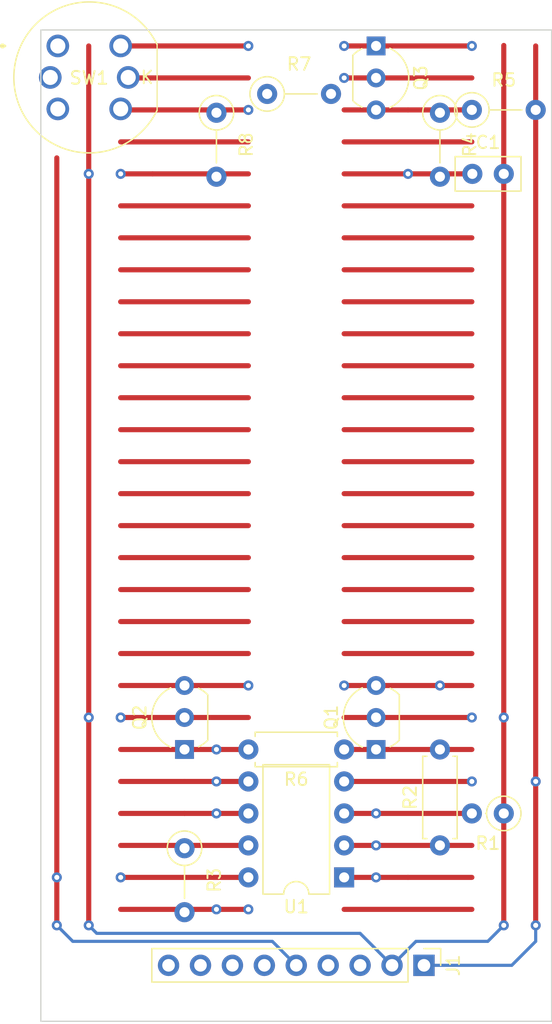
<source format=kicad_pcb>
(kicad_pcb (version 20221018) (generator pcbnew)
  (title_block (title "JFET Switch Prototype") (date "2021-10-06") (rev "1.0") (company "Len Popp") (comment 1 "Copyright © 2023 Len Popp CC BY") (comment 2 "Layout design for my custom Eurorack breadboard prototyping module"))
  (layers (0 "F.Cu" signal) (1 "In1.Cu" jumper "Wire1.Cu") (2 "In2.Cu" jumper "Wire2.Cu") (3 "In3.Cu" jumper "Wire3.Cu") (4 "In4.Cu" jumper "Wire4.Cu") (31 "B.Cu" signal) (34 "B.Paste" user) (35 "F.Paste" user) (36 "B.SilkS" user "B.Silkscreen") (37 "F.SilkS" user "F.Silkscreen") (38 "B.Mask" user) (39 "F.Mask" user) (44 "Edge.Cuts" user))
  (net 0 "")
  (net 1 "+12V")
  (net 2 "GND")
  (net 3 "-12V")
  (net 4 "+5V")
  (net 6 "IN-OUT-1")
  (net 7 "IN-OUT-2")
  (net 8 "Net-(U1A--)")
  (net 9 "Net-(R3-Pad1)")
  (net 13 "unconnected-(SW1-K-Pad6)")
  (net 16 "Net-(Q1-G)")
  (net 17 "Net-(Q1-D)")
  (net 18 "Net-(Q2-D)")
  (net 19 "Net-(Q3-C)")
  (net 20 "Net-(Q3-B)")
  (net 21 "Net-(R7-Pad1)")
  (footprint "Connector_PinHeader_2.54mm:PinHeader_1x09_P2.54mm_Vertical" (layer "F.Cu") (at 113.03 98.425 -90)
    (fp_text reference "J1" (at 0 -2.33 90) (layer "F.SilkS"))
    (fp_text value "Conn_01x09")
    (fp_line (start -1.33 -1.33) (end 0 -1.33) (stroke (width 0.12)) (layer "F.SilkS"))
    (fp_line (start -1.33 0) (end -1.33 -1.33) (stroke (width 0.12)) (layer "F.SilkS"))
    (fp_line (start -1.33 1.27) (end -1.33 21.65) (stroke (width 0.12)) (layer "F.SilkS"))
    (fp_line (start -1.33 1.27) (end 1.33 1.27) (stroke (width 0.12)) (layer "F.SilkS"))
    (fp_line (start -1.33 21.65) (end 1.33 21.65) (stroke (width 0.12)) (layer "F.SilkS"))
    (fp_line (start 1.33 1.27) (end 1.33 21.65) (stroke (width 0.12)) (layer "F.SilkS"))
    (pad "1" thru_hole rect (at 0 0 270) (size 1.7 1.7) (drill 1) (layers "*.Cu" "*.Mask") (net 3 "-12V"))
    (pad "2" thru_hole oval (at 0 2.54 270) (size 1.7 1.7) (drill 1) (layers "*.Cu" "*.Mask") (net 2 "GND"))
    (pad "3" thru_hole oval (at 0 5.08 270) (size 1.7 1.7) (drill 1) (layers "*.Cu" "*.Mask") (net 7 "IN-OUT-2"))
    (pad "4" thru_hole oval (at 0 7.62 270) (size 1.7 1.7) (drill 1) (layers "*.Cu" "*.Mask") (net 6 "IN-OUT-1"))
    (pad "5" thru_hole oval (at 0 10.16 270) (size 1.7 1.7) (drill 1) (layers "*.Cu" "*.Mask") (net 1 "+12V"))
    (pad "6" thru_hole oval (at 0 12.7 270) (size 1.7 1.7) (drill 1) (layers "*.Cu" "*.Mask"))
    (pad "7" thru_hole oval (at 0 15.24 270) (size 1.7 1.7) (drill 1) (layers "*.Cu" "*.Mask") (net 4 "+5V"))
    (pad "8" thru_hole oval (at 0 17.78 270) (size 1.7 1.7) (drill 1) (layers "*.Cu" "*.Mask"))
    (pad "9" thru_hole oval (at 0 20.32 270) (size 1.7 1.7) (drill 1) (layers "*.Cu" "*.Mask"))
  )
  (footprint "-lmp-misc:TO-92_Inline_Wide" (layer "F.Cu") (at 109.22 81.28 90)
    (fp_text reference "Q1" (at 2.54 -3.56 90) (layer "F.SilkS"))
    (fp_text value "J109/J112")
    (fp_line (start 0.74 1.85) (end 4.34 1.85) (stroke (width 0.12)) (layer "F.SilkS"))
    (fp_arc (start 0.1836 -1.098807) (mid 1.143021 -2.192817) (end 2.54 -2.6) (stroke (width 0.12)) (layer "F.SilkS"))
    (fp_arc (start 0.74 1.85) (mid 0.446097 1.509328) (end 0.215816 1.122795) (stroke (width 0.12)) (layer "F.SilkS"))
    (fp_arc (start 2.54 -2.6) (mid 3.936979 -2.192818) (end 4.8964 -1.098807) (stroke (width 0.12)) (layer "F.SilkS"))
    (fp_arc (start 4.864184 1.122795) (mid 4.633903 1.509328) (end 4.34 1.85) (stroke (width 0.12)) (layer "F.SilkS"))
    (pad "1" thru_hole rect (at 0 0 90) (size 1.5 1.5) (drill 0.8) (layers "*.Cu" "*.Mask") (net 17 "Net-(Q1-D)"))
    (pad "2" thru_hole circle (at 2.54 0 90) (size 1.5 1.5) (drill 0.8) (layers "*.Cu" "*.Mask") (net 2 "GND"))
    (pad "3" thru_hole circle (at 5.08 0 90) (size 1.5 1.5) (drill 0.8) (layers "*.Cu" "*.Mask") (net 16 "Net-(Q1-G)"))
  )
  (footprint "-lmp-stripboard:SB_Gen_2" (layer "F.Cu") (at 100.555 29.21)
    (fp_text reference "R7" (at 2.54 -2.37) (layer "F.SilkS"))
    (fp_text value "10K")
    (fp_line (start 1.37 0) (end 3.98 0) (stroke (width 0.12)) (layer "F.SilkS"))
    (fp_circle (center 0 0) (end 1.37 0) (stroke (width 0.12)) (fill none) (layer "F.SilkS"))
    (pad "1" thru_hole circle (at 0 0) (size 1.6 1.6) (drill 0.8) (layers "*.Cu" "*.Mask") (net 21 "Net-(R7-Pad1)"))
    (pad "2" thru_hole oval (at 5.08 0) (size 1.6 1.6) (drill 0.8) (layers "*.Cu" "*.Mask") (net 20 "Net-(Q3-B)"))
  )
  (footprint "-lmp-stripboard:SB_Gen_2" (layer "F.Cu") (at 93.98 89.125 -90)
    (fp_text reference "R3" (at 2.54 -2.37 -90) (layer "F.SilkS"))
    (fp_text value "1K")
    (fp_line (start 1.37 0) (end 3.98 0) (stroke (width 0.12)) (layer "F.SilkS"))
    (fp_circle (center 0 0) (end 1.37 0) (stroke (width 0.12)) (fill none) (layer "F.SilkS"))
    (pad "1" thru_hole circle (at 0 0 270) (size 1.6 1.6) (drill 0.8) (layers "*.Cu" "*.Mask") (net 9 "Net-(R3-Pad1)"))
    (pad "2" thru_hole oval (at 5.08 0 270) (size 1.6 1.6) (drill 0.8) (layers "*.Cu" "*.Mask") (net 7 "IN-OUT-2"))
  )
  (footprint "-lmp-misc:TO-92_Inline_Wide" (layer "F.Cu") (at 93.98 81.28 90)
    (fp_text reference "Q2" (at 2.54 -3.56 90) (layer "F.SilkS"))
    (fp_text value "J109/J112")
    (fp_line (start 0.74 1.85) (end 4.34 1.85) (stroke (width 0.12)) (layer "F.SilkS"))
    (fp_arc (start 0.1836 -1.098807) (mid 1.143021 -2.192817) (end 2.54 -2.6) (stroke (width 0.12)) (layer "F.SilkS"))
    (fp_arc (start 0.74 1.85) (mid 0.446097 1.509328) (end 0.215816 1.122795) (stroke (width 0.12)) (layer "F.SilkS"))
    (fp_arc (start 2.54 -2.6) (mid 3.936979 -2.192818) (end 4.8964 -1.098807) (stroke (width 0.12)) (layer "F.SilkS"))
    (fp_arc (start 4.864184 1.122795) (mid 4.633903 1.509328) (end 4.34 1.85) (stroke (width 0.12)) (layer "F.SilkS"))
    (pad "1" thru_hole rect (at 0 0 90) (size 1.5 1.5) (drill 0.8) (layers "*.Cu" "*.Mask") (net 18 "Net-(Q2-D)"))
    (pad "2" thru_hole circle (at 2.54 0 90) (size 1.5 1.5) (drill 0.8) (layers "*.Cu" "*.Mask") (net 2 "GND"))
    (pad "3" thru_hole circle (at 5.08 0 90) (size 1.5 1.5) (drill 0.8) (layers "*.Cu" "*.Mask") (net 16 "Net-(Q1-G)"))
  )
  (footprint "-lmp-misc:C_Disc_D5.0mm_W2.5mm_P2.50mm" (layer "F.Cu") (at 116.88 35.56)
    (fp_text reference "C1" (at 1.25 -2.5) (layer "F.SilkS"))
    (fp_text value "100N")
    (fp_line (start -1.37 -1.37) (end -1.37 1.37) (stroke (width 0.12)) (layer "F.SilkS"))
    (fp_line (start -1.37 -1.37) (end 3.87 -1.37) (stroke (width 0.12)) (layer "F.SilkS"))
    (fp_line (start -1.37 1.37) (end 3.87 1.37) (stroke (width 0.12)) (layer "F.SilkS"))
    (fp_line (start 3.87 -1.37) (end 3.87 1.37) (stroke (width 0.12)) (layer "F.SilkS"))
    (pad "1" thru_hole circle (at 0 0) (size 1.6 1.6) (drill 0.8) (layers "*.Cu" "*.Mask") (net 16 "Net-(Q1-G)"))
    (pad "2" thru_hole circle (at 2.5 0) (size 1.6 1.6) (drill 0.8) (layers "*.Cu" "*.Mask") (net 2 "GND"))
  )
  (footprint "Package_DIP:DIP-8_W7.62mm" (layer "F.Cu") (at 106.68 91.44 180)
    (fp_text reference "U1" (at 3.81 -2.33) (layer "F.SilkS"))
    (fp_text value "TL072")
    (fp_line (start 1.16 -1.33) (end 1.16 8.95) (stroke (width 0.12)) (layer "F.SilkS"))
    (fp_line (start 1.16 8.95) (end 6.46 8.95) (stroke (width 0.12)) (layer "F.SilkS"))
    (fp_line (start 2.81 -1.33) (end 1.16 -1.33) (stroke (width 0.12)) (layer "F.SilkS"))
    (fp_line (start 6.46 -1.33) (end 4.81 -1.33) (stroke (width 0.12)) (layer "F.SilkS"))
    (fp_line (start 6.46 8.95) (end 6.46 -1.33) (stroke (width 0.12)) (layer "F.SilkS"))
    (fp_arc (start 4.81 -1.33) (mid 3.81 -0.33) (end 2.81 -1.33) (stroke (width 0.12)) (layer "F.SilkS"))
    (pad "1" thru_hole rect (at 0 0 180) (size 1.6 1.6) (drill 0.8) (layers "*.Cu" "*.Mask") (net 8 "Net-(U1A--)"))
    (pad "2" thru_hole oval (at 0 2.54 180) (size 1.6 1.6) (drill 0.8) (layers "*.Cu" "*.Mask") (net 8 "Net-(U1A--)"))
    (pad "3" thru_hole oval (at 0 5.08 180) (size 1.6 1.6) (drill 0.8) (layers "*.Cu" "*.Mask") (net 6 "IN-OUT-1"))
    (pad "4" thru_hole oval (at 0 7.62 180) (size 1.6 1.6) (drill 0.8) (layers "*.Cu" "*.Mask") (net 3 "-12V"))
    (pad "5" thru_hole oval (at 7.62 7.62 180) (size 1.6 1.6) (drill 0.8) (layers "*.Cu" "*.Mask") (net 18 "Net-(Q2-D)"))
    (pad "6" thru_hole oval (at 7.62 5.08 180) (size 1.6 1.6) (drill 0.8) (layers "*.Cu" "*.Mask") (net 7 "IN-OUT-2"))
    (pad "7" thru_hole oval (at 7.62 2.54 180) (size 1.6 1.6) (drill 0.8) (layers "*.Cu" "*.Mask") (net 9 "Net-(R3-Pad1)"))
    (pad "8" thru_hole oval (at 7.62 0 180) (size 1.6 1.6) (drill 0.8) (layers "*.Cu" "*.Mask") (net 1 "+12V"))
  )
  (footprint "-lmp-misc:R_Axial_DIN0207_L6.3mm_D2.5mm_P7.62mm_Horizontal" (layer "F.Cu") (at 114.3 88.9 90)
    (fp_text reference "R2" (at 3.81 -2.37 90) (layer "F.SilkS"))
    (fp_text value "10K")
    (fp_line (start 0.54 -1.37) (end 7.08 -1.37) (stroke (width 0.12)) (layer "F.SilkS"))
    (fp_line (start 0.54 -1.04) (end 0.54 -1.37) (stroke (width 0.12)) (layer "F.SilkS"))
    (fp_line (start 0.54 1.04) (end 0.54 1.37) (stroke (width 0.12)) (layer "F.SilkS"))
    (fp_line (start 0.54 1.37) (end 7.08 1.37) (stroke (width 0.12)) (layer "F.SilkS"))
    (fp_line (start 7.08 -1.37) (end 7.08 -1.04) (stroke (width 0.12)) (layer "F.SilkS"))
    (fp_line (start 7.08 1.37) (end 7.08 1.04) (stroke (width 0.12)) (layer "F.SilkS"))
    (pad "1" thru_hole circle (at 0 0 90) (size 1.6 1.6) (drill 0.8) (layers "*.Cu" "*.Mask") (net 8 "Net-(U1A--)"))
    (pad "2" thru_hole oval (at 7.62 0 90) (size 1.6 1.6) (drill 0.8) (layers "*.Cu" "*.Mask") (net 17 "Net-(Q1-D)"))
  )
  (footprint "-lmp-synth:SW_Push_LED_C&K_D6R" (layer "F.Cu") (at 83.9 25.4)
    (fp_text reference "SW1" (at 2.491599 2.54) (layer "F.SilkS") (effects (font (size 1.016 1.016) (thickness 0.1524))))
    (fp_text value "SW_Push" hide)
    (fp_text user "K" (at 7.1 2.5 unlocked) (layer "F.SilkS"))
    (fp_line (start -4.3 0) (end -4.3 0) (stroke (width 0.2)) (layer "F.SilkS"))
    (fp_line (start -4.2 0) (end -4.2 0) (stroke (width 0.2)) (layer "F.SilkS"))
    (fp_line (start 7.9 -0.1) (end 7.9 5.15) (stroke (width 0.1)) (layer "F.SilkS"))
    (fp_arc (start -4.5 0) (mid -4.4 -0.1) (end -4.3 0) (stroke (width 0.2)) (layer "F.SilkS"))
    (fp_arc (start -4.3 0) (mid -4.4 0.1) (end -4.5 0) (stroke (width 0.2)) (layer "F.SilkS"))
    (fp_arc (start 7.899999 5.1) (mid -3.497893 2.5) (end 7.899999 -0.1) (stroke (width 0.12)) (layer "F.SilkS"))
    (pad "1" thru_hole circle (at 0 0) (size 1.8 1.8) (drill 1.2) (layers "*.Cu" "*.Mask"))
    (pad "2" thru_hole circle (at 5 0) (size 1.8 1.8) (drill 1.2) (layers "*.Cu" "*.Mask") (net 4 "+5V"))
    (pad "3" thru_hole circle (at 0 5) (size 1.8 1.8) (drill 1.2) (layers "*.Cu" "*.Mask"))
    (pad "4" thru_hole circle (at 5 5) (size 1.8 1.8) (drill 1.2) (layers "*.Cu" "*.Mask") (net 21 "Net-(R7-Pad1)"))
    (pad "5" thru_hole circle (at -0.6 2.5) (size 1.8 1.8) (drill 1.2) (layers "*.Cu" "*.Mask"))
    (pad "6" thru_hole circle (at 5.6 2.5) (size 1.8 1.8) (drill 1.2) (layers "*.Cu" "*.Mask") (net 13 "unconnected-(SW1-K-Pad6)"))
  )
  (footprint "-lmp-stripboard:SB_Gen_1" (layer "F.Cu") (at 119.38 86.36 180)
    (fp_text reference "R1" (at 1.27 -2.37 180) (layer "F.SilkS"))
    (fp_text value "100k")
    (fp_line (start 1.37 0) (end 1.44 0) (stroke (width 0.12)) (layer "F.SilkS"))
    (fp_circle (center 0 0) (end 1.37 0) (stroke (width 0.12)) (fill none) (layer "F.SilkS"))
    (pad "1" thru_hole circle (at 0 0 180) (size 1.6 1.6) (drill 0.8) (layers "*.Cu" "*.Mask") (net 2 "GND"))
    (pad "2" thru_hole oval (at 2.54 0 180) (size 1.6 1.6) (drill 0.8) (layers "*.Cu" "*.Mask") (net 6 "IN-OUT-1"))
  )
  (footprint "-lmp-stripboard:SB_Gen_2" (layer "F.Cu") (at 114.3 30.705 -90)
    (fp_text reference "R4" (at 2.54 -2.37 -90) (layer "F.SilkS"))
    (fp_text value "240K")
    (fp_line (start 1.37 0) (end 3.98 0) (stroke (width 0.12)) (layer "F.SilkS"))
    (fp_circle (center 0 0) (end 1.37 0) (stroke (width 0.12)) (fill none) (layer "F.SilkS"))
    (pad "1" thru_hole circle (at 0 0 270) (size 1.6 1.6) (drill 0.8) (layers "*.Cu" "*.Mask") (net 19 "Net-(Q3-C)"))
    (pad "2" thru_hole oval (at 5.08 0 270) (size 1.6 1.6) (drill 0.8) (layers "*.Cu" "*.Mask") (net 16 "Net-(Q1-G)"))
  )
  (footprint "-lmp-stripboard:SB_Gen_2" (layer "F.Cu") (at 96.52 30.705 -90)
    (fp_text reference "R8" (at 2.54 -2.37 -90) (layer "F.SilkS"))
    (fp_text value "10K")
    (fp_line (start 1.37 0) (end 3.98 0) (stroke (width 0.12)) (layer "F.SilkS"))
    (fp_circle (center 0 0) (end 1.37 0) (stroke (width 0.12)) (fill none) (layer "F.SilkS"))
    (pad "1" thru_hole circle (at 0 0 270) (size 1.6 1.6) (drill 0.8) (layers "*.Cu" "*.Mask") (net 21 "Net-(R7-Pad1)"))
    (pad "2" thru_hole oval (at 5.08 0 270) (size 1.6 1.6) (drill 0.8) (layers "*.Cu" "*.Mask") (net 2 "GND"))
  )
  (footprint "-lmp-stripboard:SB_Gen_2" (layer "F.Cu") (at 116.84 30.48)
    (fp_text reference "R5" (at 2.54 -2.37) (layer "F.SilkS"))
    (fp_text value "10K")
    (fp_line (start 1.37 0) (end 3.98 0) (stroke (width 0.12)) (layer "F.SilkS"))
    (fp_circle (center 0 0) (end 1.37 0) (stroke (width 0.12)) (fill none) (layer "F.SilkS"))
    (pad "1" thru_hole circle (at 0 0) (size 1.6 1.6) (drill 0.8) (layers "*.Cu" "*.Mask") (net 19 "Net-(Q3-C)"))
    (pad "2" thru_hole oval (at 5.08 0) (size 1.6 1.6) (drill 0.8) (layers "*.Cu" "*.Mask") (net 3 "-12V"))
  )
  (footprint "-lmp-misc:TO-92_Inline_Wide" (layer "F.Cu") (at 109.22 25.4 -90)
    (fp_text reference "Q3" (at 2.54 -3.56 90) (layer "F.SilkS"))
    (fp_text value "2N3906")
    (fp_line (start 0.74 1.85) (end 4.34 1.85) (stroke (width 0.12)) (layer "F.SilkS"))
    (fp_arc (start 0.1836 -1.098807) (mid 1.143021 -2.192817) (end 2.54 -2.6) (stroke (width 0.12)) (layer "F.SilkS"))
    (fp_arc (start 0.74 1.85) (mid 0.446097 1.509328) (end 0.215816 1.122795) (stroke (width 0.12)) (layer "F.SilkS"))
    (fp_arc (start 2.54 -2.6) (mid 3.936979 -2.192818) (end 4.8964 -1.098807) (stroke (width 0.12)) (layer "F.SilkS"))
    (fp_arc (start 4.864184 1.122795) (mid 4.633903 1.509328) (end 4.34 1.85) (stroke (width 0.12)) (layer "F.SilkS"))
    (pad "1" thru_hole rect (at 0 0 270) (size 1.5 1.5) (drill 0.8) (layers "*.Cu" "*.Mask") (net 4 "+5V"))
    (pad "2" thru_hole circle (at 2.54 0 270) (size 1.5 1.5) (drill 0.8) (layers "*.Cu" "*.Mask") (net 20 "Net-(Q3-B)"))
    (pad "3" thru_hole circle (at 5.08 0 270) (size 1.5 1.5) (drill 0.8) (layers "*.Cu" "*.Mask") (net 19 "Net-(Q3-C)"))
  )
  (footprint "-lmp-misc:R_Axial_DIN0207_L6.3mm_D2.5mm_P7.62mm_Horizontal" (layer "F.Cu") (at 106.68 81.28 180)
    (fp_text reference "R6" (at 3.81 -2.37) (layer "F.SilkS"))
    (fp_text value "10K")
    (fp_line (start 0.54 -1.37) (end 7.08 -1.37) (stroke (width 0.12)) (layer "F.SilkS"))
    (fp_line (start 0.54 -1.04) (end 0.54 -1.37) (stroke (width 0.12)) (layer "F.SilkS"))
    (fp_line (start 0.54 1.04) (end 0.54 1.37) (stroke (width 0.12)) (layer "F.SilkS"))
    (fp_line (start 0.54 1.37) (end 7.08 1.37) (stroke (width 0.12)) (layer "F.SilkS"))
    (fp_line (start 7.08 -1.37) (end 7.08 -1.04) (stroke (width 0.12)) (layer "F.SilkS"))
    (fp_line (start 7.08 1.37) (end 7.08 1.04) (stroke (width 0.12)) (layer "F.SilkS"))
    (pad "1" thru_hole circle (at 0 0 180) (size 1.6 1.6) (drill 0.8) (layers "*.Cu" "*.Mask") (net 17 "Net-(Q1-D)"))
    (pad "2" thru_hole oval (at 7.62 0 180) (size 1.6 1.6) (drill 0.8) (layers "*.Cu" "*.Mask") (net 18 "Net-(Q2-D)"))
  )
  (gr_line (start 123.19 102.87) (end 82.55 102.87) (stroke (width 0.1)) (layer "Edge.Cuts"))
  (gr_line (start 123.19 24.13) (end 123.19 102.87) (stroke (width 0.1)) (layer "Edge.Cuts"))
  (gr_line (start 82.55 102.87) (end 82.55 24.13) (stroke (width 0.1)) (layer "Edge.Cuts"))
  (gr_line (start 82.55 24.13) (end 123.19 24.13) (stroke (width 0.1)) (layer "Edge.Cuts"))
  (segment (start 99.06 38.1) (end 88.9 38.1) (width 0.4064) (layer "F.Cu") (net 0))
  (segment (start 99.06 58.42) (end 88.9 58.42) (width 0.4064) (layer "F.Cu") (net 0))
  (segment (start 99.06 48.26) (end 88.9 48.26) (width 0.4064) (layer "F.Cu") (net 0))
  (segment (start 99.06 60.96) (end 88.9 60.96) (width 0.4064) (layer "F.Cu") (net 0))
  (segment (start 99.06 40.64) (end 88.9 40.64) (width 0.4064) (layer "F.Cu") (net 0))
  (segment (start 99.06 50.8) (end 88.9 50.8) (width 0.4064) (layer "F.Cu") (net 0))
  (segment (start 99.06 55.88) (end 88.9 55.88) (width 0.4064) (layer "F.Cu") (net 0))
  (segment (start 99.06 43.18) (end 88.9 43.18) (width 0.4064) (layer "F.Cu") (net 0))
  (segment (start 116.84 73.66) (end 106.68 73.66) (width 0.4064) (layer "F.Cu") (net 0))
  (segment (start 99.06 68.58) (end 88.9 68.58) (width 0.4064) (layer "F.Cu") (net 0))
  (segment (start 99.06 33.02) (end 88.9 33.02) (width 0.4064) (layer "F.Cu") (net 0))
  (segment (start 99.06 71.12) (end 88.9 71.12) (width 0.4064) (layer "F.Cu") (net 0))
  (segment (start 99.06 45.72) (end 88.9 45.72) (width 0.4064) (layer "F.Cu") (net 0))
  (segment (start 99.06 63.5) (end 88.9 63.5) (width 0.4064) (layer "F.Cu") (net 0))
  (segment (start 116.84 66.04) (end 106.68 66.04) (width 0.4064) (layer "F.Cu") (net 0))
  (segment (start 99.06 73.66) (end 88.9 73.66) (width 0.4064) (layer "F.Cu") (net 0))
  (segment (start 116.84 40.64) (end 106.68 40.64) (width 0.4064) (layer "F.Cu") (net 0))
  (segment (start 99.06 53.34) (end 88.9 53.34) (width 0.4064) (layer "F.Cu") (net 0))
  (segment (start 116.84 93.98) (end 106.68 93.98) (width 0.4064) (layer "F.Cu") (net 0))
  (segment (start 99.06 66.04) (end 88.9 66.04) (width 0.4064) (layer "F.Cu") (net 0))
  (segment (start 116.84 50.8) (end 106.68 50.8) (width 0.4064) (layer "F.Cu") (net 0))
  (segment (start 116.84 43.18) (end 106.68 43.18) (width 0.4064) (layer "F.Cu") (net 0))
  (segment (start 116.84 60.96) (end 106.68 60.96) (width 0.4064) (layer "F.Cu") (net 0))
  (segment (start 116.84 38.1) (end 106.68 38.1) (width 0.4064) (layer "F.Cu") (net 0))
  (segment (start 116.84 53.34) (end 106.68 53.34) (width 0.4064) (layer "F.Cu") (net 0))
  (segment (start 116.84 68.58) (end 106.68 68.58) (width 0.4064) (layer "F.Cu") (net 0))
  (segment (start 116.84 33.02) (end 106.68 33.02) (width 0.4064) (layer "F.Cu") (net 0))
  (segment (start 116.84 71.12) (end 106.68 71.12) (width 0.4064) (layer "F.Cu") (net 0))
  (segment (start 116.84 55.88) (end 106.68 55.88) (width 0.4064) (layer "F.Cu") (net 0))
  (segment (start 116.84 45.72) (end 106.68 45.72) (width 0.4064) (layer "F.Cu") (net 0))
  (segment (start 116.84 63.5) (end 106.68 63.5) (width 0.4064) (layer "F.Cu") (net 0))
  (segment (start 116.84 58.42) (end 106.68 58.42) (width 0.4064) (layer "F.Cu") (net 0))
  (segment (start 116.84 48.26) (end 106.68 48.26) (width 0.4064) (layer "F.Cu") (net 0))
  (segment (start 99.06 91.44) (end 88.9 91.44) (width 0.4064) (layer "F.Cu") (net 1))
  (segment (start 83.82 95.25) (end 83.82 95.25) (width 0.4064) (layer "F.Cu") (net 1))
  (segment (start 83.82 34.29) (end 83.82 91.44) (width 0.4064) (layer "F.Cu") (net 1))
  (segment (start 83.82 91.44) (end 83.82 95.25) (width 0.4064) (layer "F.Cu") (net 1))
  (via (at 83.82 91.44) (size 0.8) (drill 0.4) (layers "F.Cu" "B.Cu") (net 1))
  (via (at 83.82 95.25) (size 0.8) (drill 0.4) (layers "F.Cu" "B.Cu") (net 1))
  (via (at 88.9 91.44) (size 0.8) (drill 0.4) (layers "F.Cu" "B.Cu") (net 1))
  (segment (start 102.87 98.425) (end 100.965 96.52) (width 0.25) (layer "B.Cu") (net 1))
  (segment (start 85.09 96.52) (end 84.219999 95.649999) (width 0.25) (layer "B.Cu") (net 1))
  (segment (start 100.965 96.52) (end 85.09 96.52) (width 0.25) (layer "B.Cu") (net 1))
  (segment (start 84.219999 95.649999) (end 83.82 95.25) (width 0.25) (layer "B.Cu") (net 1))
  (segment (start 99.06 78.74) (end 88.9 78.74) (width 0.4064) (layer "F.Cu") (net 2))
  (segment (start 86.36 25.4) (end 86.36 35.56) (width 0.4064) (layer "F.Cu") (net 2))
  (segment (start 116.84 78.74) (end 106.68 78.74) (width 0.4064) (layer "F.Cu") (net 2))
  (segment (start 119.38 25.36) (end 119.38 30.48) (width 0.4064) (layer "F.Cu") (net 2))
  (segment (start 119.38 95.25) (end 119.38 95.25) (width 0.4064) (layer "F.Cu") (net 2))
  (segment (start 86.36 95.25) (end 86.36 95.25) (width 0.4064) (layer "F.Cu") (net 2))
  (segment (start 86.36 35.56) (end 86.36 78.74) (width 0.4064) (layer "F.Cu") (net 2))
  (segment (start 119.38 78.74) (end 119.38 95.25) (width 0.4064) (layer "F.Cu") (net 2))
  (segment (start 86.36 78.74) (end 86.36 95.25) (width 0.4064) (layer "F.Cu") (net 2))
  (segment (start 99.06 35.56) (end 91.44 35.56) (width 0.4064) (layer "F.Cu") (net 2))
  (segment (start 119.38 30.48) (end 119.38 78.74) (width 0.4064) (layer "F.Cu") (net 2))
  (segment (start 91.44 35.56) (end 88.9 35.56) (width 0.4064) (layer "F.Cu") (net 2))
  (via (at 119.38 95.25) (size 0.8) (drill 0.4) (layers "F.Cu" "B.Cu") (net 2))
  (via (at 86.36 78.74) (size 0.8) (drill 0.4) (layers "F.Cu" "B.Cu") (net 2))
  (via (at 86.36 35.56) (size 0.8) (drill 0.4) (layers "F.Cu" "B.Cu") (net 2))
  (via (at 88.9 78.74) (size 0.8) (drill 0.4) (layers "F.Cu" "B.Cu") (net 2))
  (via (at 119.38 78.74) (size 0.8) (drill 0.4) (layers "F.Cu" "B.Cu") (net 2))
  (via (at 88.9 35.56) (size 0.8) (drill 0.4) (layers "F.Cu" "B.Cu") (net 2))
  (via (at 86.36 95.25) (size 0.8) (drill 0.4) (layers "F.Cu" "B.Cu") (net 2))
  (via (at 116.84 78.74) (size 0.8) (drill 0.4) (layers "F.Cu" "B.Cu") (net 2))
  (segment (start 86.36 95.25) (end 86.995 95.885) (width 0.25) (layer "B.Cu") (net 2))
  (segment (start 107.95 95.885) (end 110.49 98.425) (width 0.25) (layer "B.Cu") (net 2))
  (segment (start 112.395 96.52) (end 110.49 98.425) (width 0.25) (layer "B.Cu") (net 2))
  (segment (start 119.38 95.25) (end 118.11 96.52) (width 0.25) (layer "B.Cu") (net 2))
  (segment (start 118.11 96.52) (end 112.395 96.52) (width 0.25) (layer "B.Cu") (net 2))
  (segment (start 86.995 95.885) (end 107.95 95.885) (width 0.25) (layer "B.Cu") (net 2))
  (segment (start 121.92 25.4) (end 121.92 83.82) (width 0.4064) (layer "F.Cu") (net 3))
  (segment (start 116.84 83.82) (end 106.68 83.82) (width 0.4064) (layer "F.Cu") (net 3))
  (segment (start 121.92 95.25) (end 121.92 95.25) (width 0.4064) (layer "F.Cu") (net 3))
  (segment (start 121.92 83.82) (end 121.92 95.25) (width 0.4064) (layer "F.Cu") (net 3))
  (via (at 121.92 95.25) (size 0.8) (drill 0.4) (layers "F.Cu" "B.Cu") (net 3))
  (via (at 116.84 83.82) (size 0.8) (drill 0.4) (layers "F.Cu" "B.Cu") (net 3))
  (via (at 121.92 83.82) (size 0.8) (drill 0.4) (layers "F.Cu" "B.Cu") (net 3))
  (segment (start 121.92 95.25) (end 121.92 96.52) (width 0.25) (layer "B.Cu") (net 3))
  (segment (start 120.015 98.425) (end 113.03 98.425) (width 0.25) (layer "B.Cu") (net 3))
  (segment (start 121.92 96.52) (end 120.015 98.425) (width 0.25) (layer "B.Cu") (net 3))
  (segment (start 99.06 25.4) (end 88.9 25.4) (width 0.4064) (layer "F.Cu") (net 4))
  (segment (start 116.84 25.4) (end 106.68 25.4) (width 0.4064) (layer "F.Cu") (net 4))
  (via (at 99.06 25.4) (size 0.8) (drill 0.4) (layers "F.Cu" "B.Cu") (net 4))
  (via (at 106.68 25.4) (size 0.8) (drill 0.4) (layers "F.Cu" "B.Cu") (net 4))
  (via (at 116.84 25.4) (size 0.8) (drill 0.4) (layers "F.Cu" "B.Cu") (net 4))
  (segment (start 116.84 86.36) (end 109.22 86.36) (width 0.4064) (layer "F.Cu") (net 6))
  (segment (start 109.22 86.36) (end 106.68 86.36) (width 0.4064) (layer "F.Cu") (net 6))
  (via (at 109.22 86.36) (size 0.8) (drill 0.4) (layers "F.Cu" "B.Cu") (net 6))
  (segment (start 99.06 86.36) (end 96.52 86.36) (width 0.4064) (layer "F.Cu") (net 7))
  (segment (start 99.06 93.98) (end 93.98 93.98) (width 0.4064) (layer "F.Cu") (net 7))
  (segment (start 96.52 86.36) (end 93.98 86.36) (width 0.4064) (layer "F.Cu") (net 7))
  (segment (start 93.98 86.36) (end 88.9 86.36) (width 0.4064) (layer "F.Cu") (net 7))
  (segment (start 93.98 93.98) (end 88.9 93.98) (width 0.4064) (layer "F.Cu") (net 7))
  (via (at 99.06 93.98) (size 0.8) (drill 0.4) (layers "F.Cu" "B.Cu") (net 7))
  (via (at 96.52 86.36) (size 0.8) (drill 0.4) (layers "F.Cu" "B.Cu") (net 7))
  (via (at 96.52 93.98) (size 0.8) (drill 0.4) (layers "F.Cu" "B.Cu") (net 7))
  (segment (start 116.84 88.9) (end 111.76 88.9) (width 0.4064) (layer "F.Cu") (net 8))
  (segment (start 111.76 91.44) (end 109.22 91.44) (width 0.4064) (layer "F.Cu") (net 8))
  (segment (start 109.22 88.9) (end 106.68 88.9) (width 0.4064) (layer "F.Cu") (net 8))
  (segment (start 109.22 91.44) (end 106.68 91.44) (width 0.4064) (layer "F.Cu") (net 8))
  (segment (start 116.84 91.44) (end 111.76 91.44) (width 0.4064) (layer "F.Cu") (net 8))
  (segment (start 111.76 88.9) (end 109.22 88.9) (width 0.4064) (layer "F.Cu") (net 8))
  (via (at 109.22 91.44) (size 0.8) (drill 0.4) (layers "F.Cu" "B.Cu") (net 8))
  (via (at 109.22 88.9) (size 0.8) (drill 0.4) (layers "F.Cu" "B.Cu") (net 8))
  (segment (start 99.06 88.9) (end 96.52 88.9) (width 0.4064) (layer "F.Cu") (net 9))
  (segment (start 96.52 88.9) (end 88.9 88.9) (width 0.4064) (layer "F.Cu") (net 9))
  (segment (start 99.06 27.94) (end 88.9 27.94) (width 0.4064) (layer "F.Cu") (net 13))
  (segment (start 99.06 76.2) (end 88.9 76.2) (width 0.4064) (layer "F.Cu") (net 16))
  (segment (start 116.84 76.2) (end 114.3 76.2) (width 0.4064) (layer "F.Cu") (net 16))
  (segment (start 116.84 35.56) (end 111.76 35.56) (width 0.4064) (layer "F.Cu") (net 16))
  (segment (start 114.3 76.2) (end 106.68 76.2) (width 0.4064) (layer "F.Cu") (net 16))
  (segment (start 111.76 35.56) (end 106.68 35.56) (width 0.4064) (layer "F.Cu") (net 16))
  (via (at 106.68 76.2) (size 0.8) (drill 0.4) (layers "F.Cu" "B.Cu") (net 16))
  (via (at 114.3 76.2) (size 0.8) (drill 0.4) (layers "F.Cu" "B.Cu") (net 16))
  (via (at 111.76 35.56) (size 0.8) (drill 0.4) (layers "F.Cu" "B.Cu") (net 16))
  (via (at 99.06 76.2) (size 0.8) (drill 0.4) (layers "F.Cu" "B.Cu") (net 16))
  (segment (start 116.84 81.28) (end 106.68 81.28) (width 0.4064) (layer "F.Cu") (net 17))
  (segment (start 99.06 81.28) (end 88.9 81.28) (width 0.4064) (layer "F.Cu") (net 18))
  (segment (start 96.52 83.82) (end 93.98 83.82) (width 0.4064) (layer "F.Cu") (net 18))
  (segment (start 99.06 83.82) (end 96.52 83.82) (width 0.4064) (layer "F.Cu") (net 18))
  (segment (start 93.98 83.82) (end 88.9 83.82) (width 0.4064) (layer "F.Cu") (net 18))
  (via (at 96.52 81.28) (size 0.8) (drill 0.4) (layers "F.Cu" "B.Cu") (net 18))
  (via (at 96.52 83.82) (size 0.8) (drill 0.4) (layers "F.Cu" "B.Cu") (net 18))
  (segment (start 116.84 30.48) (end 111.76 30.48) (width 0.4064) (layer "F.Cu") (net 19))
  (segment (start 111.76 30.48) (end 106.68 30.48) (width 0.4064) (layer "F.Cu") (net 19))
  (segment (start 116.84 27.94) (end 106.68 27.94) (width 0.4064) (layer "F.Cu") (net 20))
  (via (at 106.68 27.94) (size 0.8) (drill 0.4) (layers "F.Cu" "B.Cu") (net 20))
  (segment (start 99.06 30.48) (end 88.9 30.48) (width 0.4064) (layer "F.Cu") (net 21))
  (via (at 99.06 30.48) (size 0.8) (drill 0.4) (layers "F.Cu" "B.Cu") (net 21))
)
</source>
